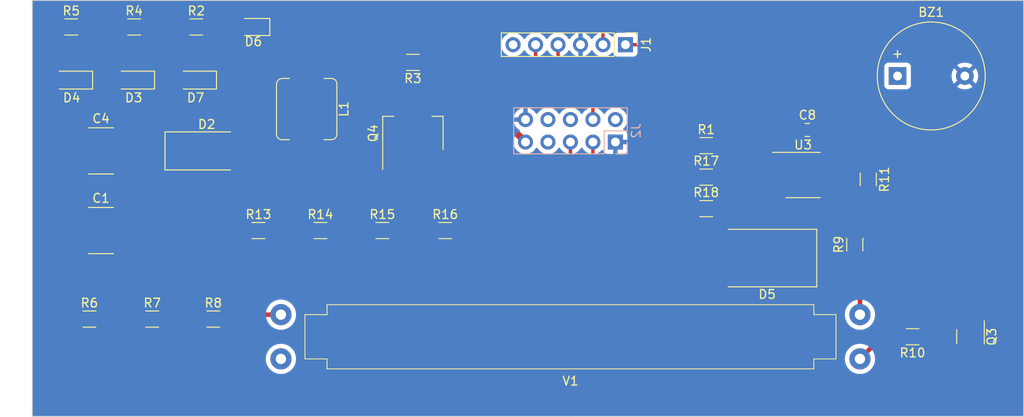
<source format=kicad_pcb>
(kicad_pcb (version 20221018) (generator pcbnew)
  (layers (0 "F.Cu" signal) (31 "B.Cu" signal) (34 "B.Paste" user) (35 "F.Paste" user) (36 "B.SilkS" user "B.Silkscreen") (37 "F.SilkS" user "F.Silkscreen") (38 "B.Mask" user) (39 "F.Mask" user) (44 "Edge.Cuts" user))
  (net 0 "")
  (net 1 "Pulse B")
  (net 2 "Net-(D3-K)")
  (net 3 "+3.3VA")
  (net 4 "Pulse A")
  (net 5 "Net-(Q3-B)")
  (net 6 "GND")
  (net 7 "Net-(D6-A)")
  (net 8 "Net-(D2-A)")
  (net 9 "Net-(J1-Pin_4)")
  (net 10 "Net-(J1-Pin_5)")
  (net 12 "USART_TX")
  (net 13 "Net-(R8-Pad2)")
  (net 14 "Net-(D5-K)")
  (net 15 "400V")
  (net 16 "Net-(D3-A)")
  (net 17 "USART_RX")
  (net 18 "Net-(L1-Pad1)")
  (net 19 "PWM")
  (net 20 "Net-(R6-Pad2)")
  (net 21 "Net-(R7-Pad2)")
  (net 22 "Net-(R2-Pad1)")
  (net 23 "Net-(R4-Pad1)")
  (net 24 "Net-(R13-Pad2)")
  (net 25 "Net-(R14-Pad2)")
  (net 26 "Net-(U3-RA4)")
  (net 27 "Net-(J1-Pin_1)")
  (footprint "Diode_SMD:D_SMF" (layer "F.Cu") (at 97.45 82 180)
    (fp_text reference "D4" (at 0 -2) (layer "F.SilkS"))
    (fp_text value "BZD27C150P-E3-08")
    (fp_line (start -2.36 -1.01) (end -2.36 1.01) (stroke (width 0.12)) (layer "F.SilkS"))
    (fp_line (start -2.36 -1.01) (end 1.4 -1.01) (stroke (width 0.12)) (layer "F.SilkS"))
    (fp_line (start -2.36 1.01) (end 1.4 1.01) (stroke (width 0.12)) (layer "F.SilkS"))
    (pad "1" smd roundrect (at -1.45 0 180) (size 1.3 1.4) (layers "F.Cu" "F.Paste" "F.Mask") (roundrect_rratio 0.1923076923) (net 16 "Net-(D3-A)"))
    (pad "2" smd roundrect (at 1.45 0 180) (size 1.3 1.4) (layers "F.Cu" "F.Paste" "F.Mask") (roundrect_rratio 0.1923076923) (net 6 "GND"))
  )
  (footprint "Resistor_SMD:R_1206_3216Metric_Pad1.30x1.75mm_HandSolder" (layer "F.Cu") (at 139.65 99)
    (fp_text reference "R16" (at 0 -1.82) (layer "F.SilkS"))
    (fp_text value "3k9")
    (fp_line (start -0.727064 -0.91) (end 0.727064 -0.91) (stroke (width 0.12)) (layer "F.SilkS"))
    (fp_line (start -0.727064 0.91) (end 0.727064 0.91) (stroke (width 0.12)) (layer "F.SilkS"))
    (pad "1" smd roundrect (at -1.55 0) (size 1.3 1.75) (layers "F.Cu" "F.Paste" "F.Mask") (roundrect_rratio 0.192308) (net 26 "Net-(U3-RA4)"))
    (pad "2" smd roundrect (at 1.55 0) (size 1.3 1.75) (layers "F.Cu" "F.Paste" "F.Mask") (roundrect_rratio 0.192308) (net 6 "GND"))
  )
  (footprint "Capacitor_SMD:C_2220_5650Metric_Pad1.97x5.40mm_HandSolder" (layer "F.Cu") (at 100.7625 99)
    (fp_text reference "C1" (at 0 -3.65) (layer "F.SilkS"))
    (fp_text value "LDEPD2100KA5N00")
    (fp_line (start -1.415748 -2.61) (end 1.415748 -2.61) (stroke (width 0.12)) (layer "F.SilkS"))
    (fp_line (start -1.415748 2.61) (end 1.415748 2.61) (stroke (width 0.12)) (layer "F.SilkS"))
    (pad "1" smd roundrect (at -2.6375 0) (size 1.975 5.4) (layers "F.Cu" "F.Paste" "F.Mask") (roundrect_rratio 0.126582) (net 6 "GND"))
    (pad "2" smd roundrect (at 2.6375 0) (size 1.975 5.4) (layers "F.Cu" "F.Paste" "F.Mask") (roundrect_rratio 0.126582) (net 15 "400V"))
  )
  (footprint "Inductor_SMD:L_Bourns_SRP7028A_7.3x6.6mm" (layer "F.Cu") (at 124 85.275 -90)
    (fp_text reference "L1" (at 0 -4.2 90) (layer "F.SilkS"))
    (fp_text value "SRR6603-103ML")
    (fp_line (start -3.46 -1.95) (end -3.46 -2.8) (stroke (width 0.12)) (layer "F.SilkS"))
    (fp_line (start -3.46 2.75) (end -3.46 1.95) (stroke (width 0.12)) (layer "F.SilkS"))
    (fp_line (start -2.85 -3.41) (end 2.85 -3.41) (stroke (width 0.12)) (layer "F.SilkS"))
    (fp_line (start 2.85 3.41) (end -2.8 3.41) (stroke (width 0.12)) (layer "F.SilkS"))
    (fp_line (start 3.46 -2.8) (end 3.46 -1.95) (stroke (width 0.12)) (layer "F.SilkS"))
    (fp_line (start 3.46 1.95) (end 3.46 2.8) (stroke (width 0.12)) (layer "F.SilkS"))
    (fp_arc (start -3.46 -2.8) (mid -3.281335 -3.231335) (end -2.85 -3.41) (stroke (width 0.12)) (layer "F.SilkS"))
    (fp_arc (start -2.8 3.41) (mid -3.26669 3.21669) (end -3.46 2.75) (stroke (width 0.12)) (layer "F.SilkS"))
    (fp_arc (start 2.85 -3.41) (mid 3.281335 -3.231335) (end 3.46 -2.8) (stroke (width 0.12)) (layer "F.SilkS"))
    (fp_arc (start 3.46 2.8) (mid 3.281335 3.231335) (end 2.85 3.41) (stroke (width 0.12)) (layer "F.SilkS"))
    (pad "1" smd rect (at -2.725 0 270) (size 2.95 3.5) (layers "F.Cu" "F.Paste" "F.Mask") (net 18 "Net-(L1-Pad1)"))
    (pad "2" smd rect (at 2.725 0 270) (size 2.95 3.5) (layers "F.Cu" "F.Paste" "F.Mask") (net 8 "Net-(D2-A)"))
  )
  (footprint "Resistor_SMD:R_1206_3216Metric_Pad1.30x1.75mm_HandSolder" (layer "F.Cu") (at 185.928 100.584 90)
    (fp_text reference "R9" (at 0 -1.82 90) (layer "F.SilkS"))
    (fp_text value "220k")
    (fp_line (start -0.727064 -0.91) (end 0.727064 -0.91) (stroke (width 0.12)) (layer "F.SilkS"))
    (fp_line (start -0.727064 0.91) (end 0.727064 0.91) (stroke (width 0.12)) (layer "F.SilkS"))
    (pad "1" smd roundrect (at -1.55 0 90) (size 1.3 1.75) (layers "F.Cu" "F.Paste" "F.Mask") (roundrect_rratio 0.192308) (net 14 "Net-(D5-K)"))
    (pad "2" smd roundrect (at 1.55 0 90) (size 1.3 1.75) (layers "F.Cu" "F.Paste" "F.Mask") (roundrect_rratio 0.192308) (net 6 "GND"))
  )
  (footprint "Geiger:Geiger_Clips" (layer "F.Cu") (at 153.8 111)
    (fp_text reference "V1" (at 0 5 unlocked) (layer "F.SilkS"))
    (fp_text value "J302")
    (fp_line (start -30 -2.5) (end -30 2.5) (stroke (width 0.1)) (layer "F.SilkS"))
    (fp_line (start -30 -2.5) (end -27.5 -2.5) (stroke (width 0.1)) (layer "F.SilkS"))
    (fp_line (start -30 2.5) (end -27.5 2.5) (stroke (width 0.1)) (layer "F.SilkS"))
    (fp_line (start -27.5 -2.5) (end -27.5 -3.625) (stroke (width 0.1)) (layer "F.SilkS"))
    (fp_line (start -27.5 2.5) (end -27.5 3.625) (stroke (width 0.1)) (layer "F.SilkS"))
    (fp_line (start 27.5 -3.625) (end -27.5 -3.625) (stroke (width 0.1)) (layer "F.SilkS"))
    (fp_line (start 27.5 -2.5) (end 27.5 -3.625) (stroke (width 0.1)) (layer "F.SilkS"))
    (fp_line (start 27.5 2.5) (end 27.5 3.625) (stroke (width 0.1)) (layer "F.SilkS"))
    (fp_line (start 27.5 3.625) (end -27.5 3.625) (stroke (width 0.1)) (layer "F.SilkS"))
    (fp_line (start 30 -2.5) (end 27.5 -2.5) (stroke (width 0.1)) (layer "F.SilkS"))
    (fp_line (start 30 -2.5) (end 30 2.5) (stroke (width 0.1)) (layer "F.SilkS"))
    (fp_line (start 30 2.5) (end 27.5 2.5) (stroke (width 0.1)) (layer "F.SilkS"))
    (pad "1" thru_hole circle (at -32.71 -2.5) (size 2.4 2.4) (drill 1.17) (layers "*.Cu" "*.Mask") (net 13 "Net-(R8-Pad2)"))
    (pad "1" thru_hole circle (at -32.71 2.5) (size 2.4 2.4) (drill 1.17) (layers "*.Cu" "*.Mask") (net 13 "Net-(R8-Pad2)"))
    (pad "2" thru_hole circle (at 32.71 -2.5) (size 2.4 2.4) (drill 1.17) (layers "*.Cu" "*.Mask") (net 14 "Net-(D5-K)"))
    (pad "2" thru_hole circle (at 32.71 2.5) (size 2.4 2.4) (drill 1.17) (layers "*.Cu" "*.Mask") (net 14 "Net-(D5-K)"))
  )
  (footprint "Resistor_SMD:R_1206_3216Metric_Pad1.30x1.75mm_HandSolder" (layer "F.Cu") (at 169.138 96.52)
    (fp_text reference "R18" (at 0 -1.82) (layer "F.SilkS"))
    (fp_text value "10k")
    (fp_line (start -0.727064 -0.91) (end 0.727064 -0.91) (stroke (width 0.12)) (layer "F.SilkS"))
    (fp_line (start -0.727064 0.91) (end 0.727064 0.91) (stroke (width 0.12)) (layer "F.SilkS"))
    (pad "1" smd roundrect (at -1.55 0) (size 1.3 1.75) (layers "F.Cu" "F.Paste" "F.Mask") (roundrect_rratio 0.192308) (net 17 "USART_RX"))
    (pad "2" smd roundrect (at 1.55 0) (size 1.3 1.75) (layers "F.Cu" "F.Paste" "F.Mask") (roundrect_rratio 0.192308) (net 10 "Net-(J1-Pin_5)"))
  )
  (footprint "Diode_SMD:D_SMB_Handsoldering" (layer "F.Cu") (at 112.7 90)
    (fp_text reference "D2" (at 0 -3) (layer "F.SilkS"))
    (fp_text value "MURS160-13-F")
    (fp_line (start -4.71 -2.15) (end -4.71 2.15) (stroke (width 0.12)) (layer "F.SilkS"))
    (fp_line (start -4.71 -2.15) (end 2.7 -2.15) (stroke (width 0.12)) (layer "F.SilkS"))
    (fp_line (start -4.71 2.15) (end 2.7 2.15) (stroke (width 0.12)) (layer "F.SilkS"))
    (pad "1" smd roundrect (at -2.7 0) (size 3.5 2.3) (layers "F.Cu" "F.Paste" "F.Mask") (roundrect_rratio 0.1086956522) (net 15 "400V"))
    (pad "2" smd roundrect (at 2.7 0) (size 3.5 2.3) (layers "F.Cu" "F.Paste" "F.Mask") (roundrect_rratio 0.1086956522) (net 8 "Net-(D2-A)"))
  )
  (footprint "Connector_PinHeader_2.54mm:PinHeader_1x06_P2.54mm_Vertical" (layer "F.Cu") (at 160.02 78 -90)
    (fp_text reference "J1" (at 0 -2.33 90) (layer "F.SilkS"))
    (fp_text value "Conn_01x06")
    (fp_line (start -1.33 -1.33) (end 0 -1.33) (stroke (width 0.12)) (layer "F.SilkS"))
    (fp_line (start -1.33 0) (end -1.33 -1.33) (stroke (width 0.12)) (layer "F.SilkS"))
    (fp_line (start -1.33 1.27) (end -1.33 14.03) (stroke (width 0.12)) (layer "F.SilkS"))
    (fp_line (start -1.33 1.27) (end 1.33 1.27) (stroke (width 0.12)) (layer "F.SilkS"))
    (fp_line (start -1.33 14.03) (end 1.33 14.03) (stroke (width 0.12)) (layer "F.SilkS"))
    (fp_line (start 1.33 1.27) (end 1.33 14.03) (stroke (width 0.12)) (layer "F.SilkS"))
    (pad "1" thru_hole rect (at 0 0 270) (size 1.7 1.7) (drill 1) (layers "*.Cu" "*.Mask") (net 27 "Net-(J1-Pin_1)"))
    (pad "2" thru_hole oval (at 0 2.54 270) (size 1.7 1.7) (drill 1) (layers "*.Cu" "*.Mask") (net 3 "+3.3VA"))
    (pad "3" thru_hole oval (at 0 5.08 270) (size 1.7 1.7) (drill 1) (layers "*.Cu" "*.Mask") (net 6 "GND"))
    (pad "4" thru_hole oval (at 0 7.62 270) (size 1.7 1.7) (drill 1) (layers "*.Cu" "*.Mask") (net 9 "Net-(J1-Pin_4)"))
    (pad "5" thru_hole oval (at 0 10.16 270) (size 1.7 1.7) (drill 1) (layers "*.Cu" "*.Mask") (net 10 "Net-(J1-Pin_5)"))
    (pad "6" thru_hole oval (at 0 12.7 270) (size 1.7 1.7) (drill 1) (layers "*.Cu" "*.Mask"))
  )
  (footprint "Capacitor_SMD:C_0805_2012Metric_Pad1.18x1.45mm_HandSolder" (layer "F.Cu") (at 180.5725 87.63)
    (fp_text reference "C8" (at 0 -1.68) (layer "F.SilkS"))
    (fp_text value ".1u")
    (fp_line (start -0.261252 -0.735) (end 0.261252 -0.735) (stroke (width 0.12)) (layer "F.SilkS"))
    (fp_line (start -0.261252 0.735) (end 0.261252 0.735) (stroke (width 0.12)) (layer "F.SilkS"))
    (pad "1" smd roundrect (at -1.0375 0) (size 1.175 1.45) (layers "F.Cu" "F.Paste" "F.Mask") (roundrect_rratio 0.212766) (net 3 "+3.3VA"))
    (pad "2" smd roundrect (at 1.0375 0) (size 1.175 1.45) (layers "F.Cu" "F.Paste" "F.Mask") (roundrect_rratio 0.212766) (net 6 "GND"))
  )
  (footprint "Resistor_SMD:R_1206_3216Metric_Pad1.30x1.75mm_HandSolder" (layer "F.Cu") (at 125.55 99)
    (fp_text reference "R14" (at 0 -1.82) (layer "F.SilkS"))
    (fp_text value "330k")
    (fp_line (start -0.727064 -0.91) (end 0.727064 -0.91) (stroke (width 0.12)) (layer "F.SilkS"))
    (fp_line (start -0.727064 0.91) (end 0.727064 0.91) (stroke (width 0.12)) (layer "F.SilkS"))
    (pad "1" smd roundrect (at -1.55 0) (size 1.3 1.75) (layers "F.Cu" "F.Paste" "F.Mask") (roundrect_rratio 0.192308) (net 24 "Net-(R13-Pad2)"))
    (pad "2" smd roundrect (at 1.55 0) (size 1.3 1.75) (layers "F.Cu" "F.Paste" "F.Mask") (roundrect_rratio 0.192308) (net 25 "Net-(R14-Pad2)"))
  )
  (footprint "Resistor_SMD:R_1206_3216Metric_Pad1.30x1.75mm_HandSolder" (layer "F.Cu") (at 187.452 93.218 -90)
    (fp_text reference "R11" (at 0 -1.82 90) (layer "F.SilkS"))
    (fp_text value "10k")
    (fp_line (start -0.727064 -0.91) (end 0.727064 -0.91) (stroke (width 0.12)) (layer "F.SilkS"))
    (fp_line (start -0.727064 0.91) (end 0.727064 0.91) (stroke (width 0.12)) (layer "F.SilkS"))
    (pad "1" smd roundrect (at -1.55 0 270) (size 1.3 1.75) (layers "F.Cu" "F.Paste" "F.Mask") (roundrect_rratio 0.192308) (net 3 "+3.3VA"))
    (pad "2" smd roundrect (at 1.55 0 270) (size 1.3 1.75) (layers "F.Cu" "F.Paste" "F.Mask") (roundrect_rratio 0.192308) (net 4 "Pulse A"))
  )
  (footprint "Diode_SMD:D_SMF" (layer "F.Cu") (at 104.45 82 180)
    (fp_text reference "D3" (at 0 -2) (layer "F.SilkS"))
    (fp_text value "BZD27C150P-E3-08")
    (fp_line (start -2.36 -1.01) (end -2.36 1.01) (stroke (width 0.12)) (layer "F.SilkS"))
    (fp_line (start -2.36 -1.01) (end 1.4 -1.01) (stroke (width 0.12)) (layer "F.SilkS"))
    (fp_line (start -2.36 1.01) (end 1.4 1.01) (stroke (width 0.12)) (layer "F.SilkS"))
    (pad "1" smd roundrect (at -1.45 0 180) (size 1.3 1.4) (layers "F.Cu" "F.Paste" "F.Mask") (roundrect_rratio 0.1923076923) (net 2 "Net-(D3-K)"))
    (pad "2" smd roundrect (at 1.45 0 180) (size 1.3 1.4) (layers "F.Cu" "F.Paste" "F.Mask") (roundrect_rratio 0.1923076923) (net 16 "Net-(D3-A)"))
  )
  (footprint "Resistor_SMD:R_1206_3216Metric_Pad1.30x1.75mm_HandSolder" (layer "F.Cu") (at 169.138 89.408)
    (fp_text reference "R1" (at 0 -1.82) (layer "F.SilkS"))
    (fp_text value "10k")
    (fp_line (start -0.727064 -0.91) (end 0.727064 -0.91) (stroke (width 0.12)) (layer "F.SilkS"))
    (fp_line (start -0.727064 0.91) (end 0.727064 0.91) (stroke (width 0.12)) (layer "F.SilkS"))
    (pad "1" smd roundrect (at -1.55 0) (size 1.3 1.75) (layers "F.Cu" "F.Paste" "F.Mask") (roundrect_rratio 0.192308) (net 1 "Pulse B"))
    (pad "2" smd roundrect (at 1.55 0) (size 1.3 1.75) (layers "F.Cu" "F.Paste" "F.Mask") (roundrect_rratio 0.192308) (net 27 "Net-(J1-Pin_1)"))
  )
  (footprint "Package_TO_SOT_SMD:SOT-223" (layer "F.Cu") (at 136 88 90)
    (fp_text reference "Q4" (at 0 -4.5 90) (layer "F.SilkS"))
    (fp_text value "BSP135H6327XTSA1")
    (fp_line (start -4.1 -3.41) (end 1.91 -3.41) (stroke (width 0.12)) (layer "F.SilkS"))
    (fp_line (start -1.85 3.41) (end 1.91 3.41) (stroke (width 0.12)) (layer "F.SilkS"))
    (fp_line (start 1.91 -3.41) (end 1.91 -2.15) (stroke (width 0.12)) (layer "F.SilkS"))
    (fp_line (start 1.91 3.41) (end 1.91 2.15) (stroke (width 0.12)) (layer "F.SilkS"))
    (pad "1" smd rect (at -3.15 -2.3 90) (size 2 1.5) (layers "F.Cu" "F.Paste" "F.Mask") (net 8 "Net-(D2-A)"))
    (pad "2" smd rect (at -3.15 0 90) (size 2 1.5) (layers "F.Cu" "F.Paste" "F.Mask") (net 19 "PWM"))
    (pad "3" smd rect (at -3.15 2.3 90) (size 2 1.5) (layers "F.Cu" "F.Paste" "F.Mask") (net 6 "GND"))
    (pad "4" smd rect (at 3.15 0 90) (size 2 3.8) (layers "F.Cu" "F.Paste" "F.Mask"))
  )
  (footprint "Capacitor_SMD:C_2220_5650Metric_Pad1.97x5.40mm_HandSolder" (layer "F.Cu") (at 100.7625 90)
    (fp_text reference "C4" (at 0 -3.65) (layer "F.SilkS"))
    (fp_text value "LDEPD2100KA5N00")
    (fp_line (start -1.415748 -2.61) (end 1.415748 -2.61) (stroke (width 0.12)) (layer "F.SilkS"))
    (fp_line (start -1.415748 2.61) (end 1.415748 2.61) (stroke (width 0.12)) (layer "F.SilkS"))
    (pad "1" smd roundrect (at -2.6375 0) (size 1.975 5.4) (layers "F.Cu" "F.Paste" "F.Mask") (roundrect_rratio 0.126582) (net 6 "GND"))
    (pad "2" smd roundrect (at 2.6375 0) (size 1.975 5.4) (layers "F.Cu" "F.Paste" "F.Mask") (roundrect_rratio 0.126582) (net 15 "400V"))
  )
  (footprint "Diode_SMD:D_SMB-SMC_Universal_Handsoldering" (layer "F.Cu") (at 176.022 102.108 180)
    (fp_text reference "D5" (at 0 -4.1 180) (layer "F.SilkS"))
    (fp_text value "1N4148")
    (fp_line (start -5.61 -3.25) (end 4.4 -3.25) (stroke (width 0.12)) (layer "F.SilkS"))
    (fp_line (start -5.61 3.25) (end -5.61 -3.25) (stroke (width 0.12)) (layer "F.SilkS"))
    (fp_line (start -5.61 3.25) (end 4.4 3.25) (stroke (width 0.12)) (layer "F.SilkS"))
    (pad "1" smd trapezoid (at -3.2 0 180) (size 4.3 2.6) (rect_delta 1 0) (layers "F.Cu" "F.Paste" "F.Mask") (net 14 "Net-(D5-K)"))
    (pad "2" smd trapezoid (at 3.2 0) (size 4.3 2.6) (rect_delta 1 0) (layers "F.Cu" "F.Paste" "F.Mask") (net 6 "GND"))
  )
  (footprint "Diode_SMD:D_SMF" (layer "F.Cu") (at 111.45 82 180)
    (fp_text reference "D7" (at 0 -2) (layer "F.SilkS"))
    (fp_text value "BZD27C150P-E3-08")
    (fp_line (start -2.36 -1.01) (end -2.36 1.01) (stroke (width 0.12)) (layer "F.SilkS"))
    (fp_line (start -2.36 -1.01) (end 1.4 -1.01) (stroke (width 0.12)) (layer "F.SilkS"))
    (fp_line (start -2.36 1.01) (end 1.4 1.01) (stroke (width 0.12)) (layer "F.SilkS"))
    (pad "1" smd roundrect (at -1.45 0 180) (size 1.3 1.4) (layers "F.Cu" "F.Paste" "F.Mask") (roundrect_rratio 0.1923076923) (net 15 "400V"))
    (pad "2" smd roundrect (at 1.45 0 180) (size 1.3 1.4) (layers "F.Cu" "F.Paste" "F.Mask") (roundrect_rratio 0.1923076923) (net 2 "Net-(D3-K)"))
  )
  (footprint "Resistor_SMD:R_1206_3216Metric_Pad1.30x1.75mm_HandSolder" (layer "F.Cu") (at 118.55 99)
    (fp_text reference "R13" (at 0 -1.82) (layer "F.SilkS"))
    (fp_text value "330k")
    (fp_line (start -0.727064 -0.91) (end 0.727064 -0.91) (stroke (width 0.12)) (layer "F.SilkS"))
    (fp_line (start -0.727064 0.91) (end 0.727064 0.91) (stroke (width 0.12)) (layer "F.SilkS"))
    (pad "1" smd roundrect (at -1.55 0) (size 1.3 1.75) (layers "F.Cu" "F.Paste" "F.Mask") (roundrect_rratio 0.192308) (net 15 "400V"))
    (pad "2" smd roundrect (at 1.55 0) (size 1.3 1.75) (layers "F.Cu" "F.Paste" "F.Mask") (roundrect_rratio 0.192308) (net 24 "Net-(R13-Pad2)"))
  )
  (footprint "Buzzer_Beeper:Buzzer_12x9.5RM7.6" (layer "F.Cu") (at 190.764 81.534)
    (fp_text reference "BZ1" (at 3.8 -7.2) (layer "F.SilkS"))
    (fp_text value "Buzzer")
    (fp_text user "+" (at -0.01 -2.54) (layer "F.SilkS"))
    (fp_circle (center 3.8 0) (end 9.9 0) (stroke (width 0.12)) (fill none) (layer "F.SilkS"))
    (pad "1" thru_hole rect (at 0 0) (size 2 2) (drill 1) (layers "*.Cu" "*.Mask") (net 1 "Pulse B"))
    (pad "2" thru_hole circle (at 7.6 0) (size 2 2) (drill 1) (layers "*.Cu" "*.Mask") (net 6 "GND"))
  )
  (footprint "Resistor_SMD:R_1206_3216Metric_Pad1.30x1.75mm_HandSolder" (layer "F.Cu") (at 111.532 76)
    (fp_text reference "R2" (at 0 -1.82) (layer "F.SilkS"))
    (fp_text value "1M8")
    (fp_line (start -0.727064 -0.91) (end 0.727064 -0.91) (stroke (width 0.12)) (layer "F.SilkS"))
    (fp_line (start -0.727064 0.91) (end 0.727064 0.91) (stroke (width 0.12)) (layer "F.SilkS"))
    (pad "1" smd roundrect (at -1.55 0) (size 1.3 1.75) (layers "F.Cu" "F.Paste" "F.Mask") (roundrect_rratio 0.192308) (net 22 "Net-(R2-Pad1)"))
    (pad "2" smd roundrect (at 1.55 0) (size 1.3 1.75) (layers "F.Cu" "F.Paste" "F.Mask") (roundrect_rratio 0.192308) (net 7 "Net-(D6-A)"))
  )
  (footprint "Resistor_SMD:R_1206_3216Metric_Pad1.30x1.75mm_HandSolder" (layer "F.Cu") (at 97.4 76)
    (fp_text reference "R5" (at 0 -1.82) (layer "F.SilkS"))
    (fp_text value "1M8")
    (fp_line (start -0.727064 -0.91) (end 0.727064 -0.91) (stroke (width 0.12)) (layer "F.SilkS"))
    (fp_line (start -0.727064 0.91) (end 0.727064 0.91) (stroke (width 0.12)) (layer "F.SilkS"))
    (pad "1" smd roundrect (at -1.55 0) (size 1.3 1.75) (layers "F.Cu" "F.Paste" "F.Mask") (roundrect_rratio 0.192308) (net 15 "400V"))
    (pad "2" smd roundrect (at 1.55 0) (size 1.3 1.75) (layers "F.Cu" "F.Paste" "F.Mask") (roundrect_rratio 0.192308) (net 23 "Net-(R4-Pad1)"))
  )
  (footprint "Resistor_SMD:R_1206_3216Metric_Pad1.30x1.75mm_HandSolder" (layer "F.Cu") (at 113.45 109)
    (fp_text reference "R8" (at 0 -1.82) (layer "F.SilkS"))
    (fp_text value "1M8")
    (fp_line (start -0.727064 -0.91) (end 0.727064 -0.91) (stroke (width 0.12)) (layer "F.SilkS"))
    (fp_line (start -0.727064 0.91) (end 0.727064 0.91) (stroke (width 0.12)) (layer "F.SilkS"))
    (pad "1" smd roundrect (at -1.55 0) (size 1.3 1.75) (layers "F.Cu" "F.Paste" "F.Mask") (roundrect_rratio 0.192308) (net 21 "Net-(R7-Pad2)"))
    (pad "2" smd roundrect (at 1.55 0) (size 1.3 1.75) (layers "F.Cu" "F.Paste" "F.Mask") (roundrect_rratio 0.192308) (net 13 "Net-(R8-Pad2)"))
  )
  (footprint "Resistor_SMD:R_1206_3216Metric_Pad1.30x1.75mm_HandSolder" (layer "F.Cu") (at 106.55 109)
    (fp_text reference "R7" (at 0 -1.82) (layer "F.SilkS"))
    (fp_text value "1M8")
    (fp_line (start -0.727064 -0.91) (end 0.727064 -0.91) (stroke (width 0.12)) (layer "F.SilkS"))
    (fp_line (start -0.727064 0.91) (end 0.727064 0.91) (stroke (width 0.12)) (layer "F.SilkS"))
    (pad "1" smd roundrect (at -1.55 0) (size 1.3 1.75) (layers "F.Cu" "F.Paste" "F.Mask") (roundrect_rratio 0.192308) (net 20 "Net-(R6-Pad2)"))
    (pad "2" smd roundrect (at 1.55 0) (size 1.3 1.75) (layers "F.Cu" "F.Paste" "F.Mask") (roundrect_rratio 0.192308) (net 21 "Net-(R7-Pad2)"))
  )
  (footprint "Resistor_SMD:R_1206_3216Metric_Pad1.30x1.75mm_HandSolder" (layer "F.Cu") (at 169.138 92.964)
    (fp_text reference "R17" (at 0 -1.82) (layer "F.SilkS"))
    (fp_text value "10k")
    (fp_line (start -0.727064 -0.91) (end 0.727064 -0.91) (stroke (width 0.12)) (layer "F.SilkS"))
    (fp_line (start -0.727064 0.91) (end 0.727064 0.91) (stroke (width 0.12)) (layer "F.SilkS"))
    (pad "1" smd roundrect (at -1.55 0) (size 1.3 1.75) (layers "F.Cu" "F.Paste" "F.Mask") (roundrect_rratio 0.192308) (net 12 "USART_TX"))
    (pad "2" smd roundrect (at 1.55 0) (size 1.3 1.75) (layers "F.Cu" "F.Paste" "F.Mask") (roundrect_rratio 0.192308) (net 9 "Net-(J1-Pin_4)"))
  )
  (footprint "Package_TO_SOT_SMD:SOT-23-3" (layer "F.Cu") (at 199 111 -90)
    (fp_text reference "Q3" (at 0 -2.4 90) (layer "F.SilkS"))
    (fp_text value "MMBT3904-7-F")
    (fp_line (start 0 -1.56) (end -1.8 -1.56) (stroke (width 0.12)) (layer "F.SilkS"))
    (fp_line (start 0 -1.56) (end 0.8 -1.56) (stroke (width 0.12)) (layer "F.SilkS"))
    (fp_line (start 0 1.56) (end -0.8 1.56) (stroke (width 0.12)) (layer "F.SilkS"))
    (fp_line (start 0 1.56) (end 0.8 1.56) (stroke (width 0.12)) (layer "F.SilkS"))
    (pad "1" smd roundrect (at -1.1375 -0.95 270) (size 1.325 0.6) (layers "F.Cu" "F.Paste" "F.Mask") (net 4 "Pulse A"))
    (pad "2" smd roundrect (at -1.1375 0.95 270) (size 1.325 0.6) (layers "F.Cu" "F.Paste" "F.Mask") (net 5 "Net-(Q3-B)"))
    (pad "3" smd roundrect (at 1.1375 0 270) (size 1.325 0.6) (layers "F.Cu" "F.Paste" "F.Mask") (net 6 "GND"))
  )
  (footprint "LED_SMD:LED_0805_2012Metric_Pad1.15x1.40mm_HandSolder" (layer "F.Cu") (at 117.975 76 180)
    (fp_text reference "D6" (at 0 -1.65) (layer "F.SilkS"))
    (fp_text value "APTD2012LSURCK")
    (fp_line (start -1.86 -0.96) (end -1.86 0.96) (stroke (width 0.12)) (layer "F.SilkS"))
    (fp_line (start -1.86 0.96) (end 1 0.96) (stroke (width 0.12)) (layer "F.SilkS"))
    (fp_line (start 1 -0.96) (end -1.86 -0.96) (stroke (width 0.12)) (layer "F.SilkS"))
    (pad "1" smd roundrect (at -1.025 0 180) (size 1.15 1.4) (layers "F.Cu" "F.Paste" "F.Mask") (roundrect_rratio 0.217391) (net 6 "GND"))
    (pad "2" smd roundrect (at 1.025 0 180) (size 1.15 1.4) (layers "F.Cu" "F.Paste" "F.Mask") (roundrect_rratio 0.217391) (net 7 "Net-(D6-A)"))
  )
  (footprint "Resistor_SMD:R_1206_3216Metric_Pad1.30x1.75mm_HandSolder" (layer "F.Cu") (at 104.5 76)
    (fp_text reference "R4" (at 0 -1.82) (layer "F.SilkS"))
    (fp_text value "1M8")
    (fp_line (start -0.727064 -0.91) (end 0.727064 -0.91) (stroke (width 0.12)) (layer "F.SilkS"))
    (fp_line (start -0.727064 0.91) (end 0.727064 0.91) (stroke (width 0.12)) (layer "F.SilkS"))
    (pad "1" smd roundrect (at -1.55 0) (size 1.3 1.75) (layers "F.Cu" "F.Paste" "F.Mask") (roundrect_rratio 0.192308) (net 23 "Net-(R4-Pad1)"))
    (pad "2" smd roundrect (at 1.55 0) (size 1.3 1.75) (layers "F.Cu" "F.Paste" "F.Mask") (roundrect_rratio 0.192308) (net 22 "Net-(R2-Pad1)"))
  )
  (footprint "Package_SO:SOIC-8_3.9x4.9mm_P1.27mm" (layer "F.Cu") (at 180.085 92.725)
    (fp_text reference "U3" (at 0 -3.4) (layer "F.SilkS"))
    (fp_text value "PIC12F1572T-I/SN")
    (fp_line (start 0 -2.56) (end -3.45 -2.56) (stroke (width 0.12)) (layer "F.SilkS"))
    (fp_line (start 0 -2.56) (end 1.95 -2.56) (stroke (width 0.12)) (layer "F.SilkS"))
    (fp_line (start 0 2.56) (end -1.95 2.56) (stroke (width 0.12)) (layer "F.SilkS"))
    (fp_line (start 0 2.56) (end 1.95 2.56) (stroke (width 0.12)) (layer "F.SilkS"))
    (pad "1" smd roundrect (at -2.475 -1.905) (size 1.95 0.6) (layers "F.Cu" "F.Paste" "F.Mask") (net 3 "+3.3VA"))
    (pad "2" smd roundrect (at -2.475 -0.635) (size 1.95 0.6) (layers "F.Cu" "F.Paste" "F.Mask") (net 19 "PWM"))
    (pad "3" smd roundrect (at -2.475 0.635) (size 1.95 0.6) (layers "F.Cu" "F.Paste" "F.Mask") (net 26 "Net-(U3-RA4)"))
    (pad "4" smd roundrect (at -2.475 1.905) (size 1.95 0.6) (layers "F.Cu" "F.Paste" "F.Mask") (net 27 "Net-(J1-Pin_1)"))
    (pad "5" smd roundrect (at 2.475 1.905) (size 1.95 0.6) (layers "F.Cu" "F.Paste" "F.Mask") (net 4 "Pulse A"))
    (pad "6" smd roundrect (at 2.475 0.635) (size 1.95 0.6) (layers "F.Cu" "F.Paste" "F.Mask") (net 10 "Net-(J1-Pin_5)"))
    (pad "7" smd roundrect (at 2.475 -0.635) (size 1.95 0.6) (layers "F.Cu" "F.Paste" "F.Mask") (net 9 "Net-(J1-Pin_4)"))
    (pad "8" smd roundrect (at 2.475 -1.905) (size 1.95 0.6) (layers "F.Cu" "F.Paste" "F.Mask") (net 6 "GND"))
  )
  (footprint "Resistor_SMD:R_1206_3216Metric_Pad1.30x1.75mm_HandSolder" (layer "F.Cu") (at 192.45 111 180)
    (fp_text reference "R10" (at 0 -1.82) (layer "F.SilkS"))
    (fp_text value "100k")
    (fp_line (start -0.727064 -0.91) (end 0.727064 -0.91) (stroke (width 0.12)) (layer "F.SilkS"))
    (fp_line (start -0.727064 0.91) (end 0.727064 0.91) (stroke (width 0.12)) (layer "F.SilkS"))
    (pad "1" smd roundrect (at -1.55 0 180) (size 1.3 1.75) (layers "F.Cu" "F.Paste" "F.Mask") (roundrect_rratio 0.192308) (net 5 "Net-(Q3-B)"))
    (pad "2" smd roundrect (at 1.55 0 180) (size 1.3 1.75) (layers "F.Cu" "F.Paste" "F.Mask") (roundrect_rratio 0.192308) (net 14 "Net-(D5-K)"))
  )
  (footprint "Resistor_SMD:R_1206_3216Metric_Pad1.30x1.75mm_HandSolder" (layer "F.Cu") (at 132.55 99)
    (fp_text reference "R15" (at 0 -1.82) (layer "F.SilkS"))
    (fp_text value "330k")
    (fp_line (start -0.727064 -0.91) (end 0.727064 -0.91) (stroke (width 0.12)) (layer "F.SilkS"))
    (fp_line (start -0.727064 0.91) (end 0.727064 0.91) (stroke (width 0.12)) (layer "F.SilkS"))
    (pad "1" smd roundrect (at -1.55 0) (size 1.3 1.75) (layers "F.Cu" "F.Paste" "F.Mask") (roundrect_rratio 0.192308) (net 25 "Net-(R14-Pad2)"))
    (pad "2" smd roundrect (at 1.55 0) (size 1.3 1.75) (layers "F.Cu" "F.Paste" "F.Mask") (roundrect_rratio 0.192308) (net 26 "Net-(U3-RA4)"))
  )
  (footprint "Resistor_SMD:R_1206_3216Metric_Pad1.30x1.75mm_HandSolder" (layer "F.Cu") (at 99.45 109)
    (fp_text reference "R6" (at 0 -1.82) (layer "F.SilkS"))
    (fp_text value "1M8")
    (fp_line (start -0.727064 -0.91) (end 0.727064 -0.91) (stroke (width 0.12)) (layer "F.SilkS"))
    (fp_line (start -0.727064 0.91) (end 0.727064 0.91) (stroke (width 0.12)) (layer "F.SilkS"))
    (pad "1" smd roundrect (at -1.55 0) (size 1.3 1.75) (layers "F.Cu" "F.Paste" "F.Mask") (roundrect_rratio 0.192308) (net 15 "400V"))
    (pad "2" smd roundrect (at 1.55 0) (size 1.3 1.75) (layers "F.Cu" "F.Paste" "F.Mask") (roundrect_rratio 0.192308) (net 20 "Net-(R6-Pad2)"))
  )
  (footprint "Resistor_SMD:R_1206_3216Metric_Pad1.30x1.75mm_HandSolder" (layer "F.Cu") (at 136 80 180)
    (fp_text reference "R3" (at 0 -1.82) (layer "F.SilkS"))
    (fp_text value "15")
    (fp_line (start -0.727064 -0.91) (end 0.727064 -0.91) (stroke (width 0.12)) (layer "F.SilkS"))
    (fp_line (start -0.727064 0.91) (end 0.727064 0.91) (stroke (width 0.12)) (layer "F.SilkS"))
    (pad "1" smd roundrect (at -1.55 0 180) (size 1.3 1.75) (layers "F.Cu" "F.Paste" "F.Mask") (roundrect_rratio 0.192308) (net 3 "+3.3VA"))
    (pad "2" smd roundrect (at 1.55 0 180) (size 1.3 1.75) (layers "F.Cu" "F.Paste" "F.Mask") (roundrect_rratio 0.192308) (net 18 "Net-(L1-Pad1)"))
  )
  (footprint "Connector_PinHeader_2.54mm:PinHeader_2x05_P2.54mm_Vertical" (layer "B.Cu") (at 158.88 89 90)
    (fp_text reference "J2" (at 1.27 2.33 270) (layer "B.SilkS") (effects (justify mirror)))
    (fp_text value "Conn_01x10_Pin")
    (fp_line (start -1.33 -11.49) (end 3.87 -11.49) (stroke (width 0.12)) (layer "B.SilkS"))
    (fp_line (start -1.33 -1.27) (end -1.33 -11.49) (stroke (width 0.12)) (layer "B.SilkS"))
    (fp_line (start -1.33 -1.27) (end 1.27 -1.27) (stroke (width 0.12)) (layer "B.SilkS"))
    (fp_line (start -1.33 0) (end -1.33 1.33) (stroke (width 0.12)) (layer "B.SilkS"))
    (fp_line (start -1.33 1.33) (end 0 1.33) (stroke (width 0.12)) (layer "B.SilkS"))
    (fp_line (start 1.27 -1.27) (end 1.27 1.33) (stroke (width 0.12)) (layer "B.SilkS"))
    (fp_line (start 1.27 1.33) (end 3.87 1.33) (stroke (width 0.12)) (layer "B.SilkS"))
    (fp_line (start 3.87 1.33) (end 3.87 -11.49) (stroke (width 0.12)) (layer "B.SilkS"))
    (pad "1" thru_hole rect (at 0 0 90) (size 1.7 1.7) (drill 1) (layers "*.Cu" "*.Mask") (net 6 "GND"))
    (pad "2" thru_hole oval (at 2.54 0 90) (size 1.7 1.7) (drill 1) (layers "*.Cu" "*.Mask") (net 3 "+3.3VA"))
    (pad "3" thru_hole oval (at 0 -2.54 90) (size 1.7 1.7) (drill 1) (layers "*.Cu" "*.Mask") (net 12 "USART_TX"))
    (pad "4" thru_hole oval (at 2.54 -2.54 90) (size 1.7 1.7) (drill 1) (layers "*.Cu" "*.Mask") (net 1 "Pulse B"))
    (pad "5" thru_hole oval (at 0 -5.08 90) (size 1.7 1.7) (drill 1) (layers "*.Cu" "*.Mask") (net 17 "USART_RX"))
    (pad "6" thru_hole oval (at 2.54 -5.08 90) (size 1.7 1.7) (drill 1) (layers "*.Cu" "*.Mask"))
    (pad "7" thru_hole oval (at 0 -7.62 90) (size 1.7 1.7) (drill 1) (layers "*.Cu" "*.Mask"))
    (pad "8" thru_hole oval (at 2.54 -7.62 90) (size 1.7 1.7) (drill 1) (layers "*.Cu" "*.Mask"))
    (pad "9" thru_hole oval (at 0 -10.16 90) (size 1.7 1.7) (drill 1) (layers "*.Cu" "*.Mask") (net 3 "+3.3VA"))
    (pad "10" thru_hole oval (at 2.54 -10.16 90) (size 1.7 1.7) (drill 1) (layers "*.Cu" "*.Mask") (net 6 "GND"))
  )
  (gr_line (start 93 73) (end 93 120) (stroke (width 0.1)) (layer "Edge.Cuts"))
  (gr_line (start 93 120) (end 154 120) (stroke (width 0.1)) (layer "Edge.Cuts"))
  (gr_line (start 154 120) (end 205 120) (stroke (width 0.1)) (layer "Edge.Cuts"))
  (gr_line (start 205 120) (end 205 73) (stroke (width 0.1)) (layer "Edge.Cuts"))
  (gr_line (start 205 73) (end 93 73) (stroke (width 0.1)) (layer "Edge.Cuts"))
  (segment (start 156.34 84.96) (end 156.972 84.328) (width 0.381) (layer "F.Cu") (net 1))
  (segment (start 156.34 86.46) (end 156.34 84.96) (width 0.381) (layer "F.Cu") (net 1))
  (segment (start 161.29 84.328) (end 166.37 89.408) (width 0.381) (layer "F.Cu") (net 1))
  (segment (start 166.37 89.408) (end 167.588 89.408) (width 0.381) (layer "F.Cu") (net 1))
  (segment (start 156.972 84.328) (end 161.29 84.328) (width 0.381) (layer "F.Cu") (net 1))
  (segment (start 105.9 82) (end 110 82) (width 0.508) (layer "F.Cu") (net 2))
  (segment (start 178.816 87.63) (end 179.535 87.63) (width 0.381) (layer "F.Cu") (net 3))
  (segment (start 177.61 90.82) (end 177.61 88.836) (width 0.381) (layer "F.Cu") (net 3))
  (segment (start 156.718 75.184) (end 169.164 75.184) (width 0.762) (layer "F.Cu") (net 3))
  (segment (start 145.796 75.184) (end 156.718 75.184) (width 0.762) (layer "F.Cu") (net 3))
  (segment (start 139.72 80) (end 143.906 84.186) (width 0.762) (layer "F.Cu") (net 3))
  (segment (start 144.018 76.962) (end 145.796 75.184) (width 0.762) (layer "F.Cu") (net 3))
  (segment (start 177.61 88.836) (end 178.816 87.63) (width 0.381) (layer "F.Cu") (net 3))
  (segment (start 144.018 84.074) (end 144.018 76.962) (width 0.762) (layer "F.Cu") (net 3))
  (segment (start 143.906 84.186) (end 148.72 89) (width 0.762) (layer "F.Cu") (net 3))
  (segment (start 183.345 85.555) (end 179.535 85.555) (width 0.381) (layer "F.Cu") (net 3))
  (segment (start 143.906 84.186) (end 144.018 84.074) (width 0.762) (layer "F.Cu") (net 3))
  (segment (start 157.48 78) (end 157.48 75.946) (width 0.381) (layer "F.Cu") (net 3))
  (segment (start 187.452 91.668) (end 187.452 89.662) (width 0.381) (layer "F.Cu") (net 3))
  (segment (start 157.48 75.946) (end 156.718 75.184) (width 0.381) (layer "F.Cu") (net 3))
  (segment (start 179.535 85.555) (end 179.535 87.63) (width 0.762) (layer "F.Cu") (net 3))
  (segment (start 169.164 75.184) (end 179.535 85.555) (width 0.762) (layer "F.Cu") (net 3))
  (segment (start 137.55 80) (end 139.72 80) (width 0.762) (layer "F.Cu") (net 3))
  (segment (start 187.452 89.662) (end 183.345 85.555) (width 0.381) (layer "F.Cu") (net 3))
  (segment (start 187.314 94.63) (end 187.452 94.768) (width 0.381) (layer "F.Cu") (net 4))
  (segment (start 189.51 94.768) (end 200.152 105.41) (width 0.381) (layer "F.Cu") (net 4))
  (segment (start 182.56 94.63) (end 187.314 94.63) (width 0.381) (layer "F.Cu") (net 4))
  (segment (start 187.452 94.768) (end 189.51 94.768) (width 0.381) (layer "F.Cu") (net 4))
  (segment (start 200.152 109.6605) (end 199.95 109.8625) (width 0.381) (layer "F.Cu") (net 4))
  (segment (start 200.152 105.41) (end 200.152 109.6605) (width 0.381) (layer "F.Cu") (net 4))
  (segment (start 194 111) (end 195.324 111) (width 0.508) (layer "F.Cu") (net 5))
  (segment (start 195.324 111) (end 196.342 109.982) (width 0.508) (layer "F.Cu") (net 5))
  (segment (start 196.342 109.982) (end 197.9305 109.982) (width 0.508) (layer "F.Cu") (net 5))
  (segment (start 197.9305 109.982) (end 198.05 109.8625) (width 0.508) (layer "F.Cu") (net 5))
  (segment (start 113.082 76) (end 116.95 76) (width 0.508) (layer "F.Cu") (net 7))
  (segment (start 127.37 88) (end 130.52 91.15) (width 1.016) (layer "F.Cu") (net 8))
  (segment (start 124 88) (end 121.804 88) (width 1.016) (layer "F.Cu") (net 8))
  (segment (start 119.888 89.916) (end 115.484 89.916) (width 1.016) (layer "F.Cu") (net 8))
  (segment (start 130.52 91.15) (end 133.7 91.15) (width 1.016) (layer "F.Cu") (net 8))
  (segment (start 121.804 88) (end 119.888 89.916) (width 1.016) (layer "F.Cu") (net 8))
  (segment (start 124 88) (end 127.37 88) (width 1.016) (layer "F.Cu") (net 8))
  (segment (start 115.484 89.916) (end 115.4 90) (width 1.016) (layer "F.Cu") (net 8))
  (segment (start 152.4 78) (end 152.4 79.248) (width 0.381) (layer "F.Cu") (net 9))
  (segment (start 169.926 92.964) (end 170.688 92.964) (width 0.381) (layer "F.Cu") (net 9))
  (segment (start 169.418 92.456) (end 169.926 92.964) (width 0.381) (layer "F.Cu") (net 9))
  (segment (start 179.324 95.758) (end 174.244 95.758) (width 0.381) (layer "F.Cu") (net 9))
  (segment (start 152.4 79.248) (end 153.67 80.518) (width 0.381) (layer "F.Cu") (net 9))
  (segment (start 174.244 95.758) (end 171.45 92.964) (width 0.381) (layer "F.Cu") (net 9))
  (segment (start 163.322 80.518) (end 169.418 86.614) (width 0.381) (layer "F.Cu") (net 9))
  (segment (start 181.214 92.09) (end 180.086 93.218) (width 0.381) (layer "F.Cu") (net 9))
  (segment (start 182.56 92.09) (end 181.214 92.09) (width 0.381) (layer "F.Cu") (net 9))
  (segment (start 180.086 93.218) (end 180.086 94.996) (width 0.381) (layer "F.Cu") (net 9))
  (segment (start 153.67 80.518) (end 163.322 80.518) (width 0.381) (layer "F.Cu") (net 9))
  (segment (start 180.086 94.996) (end 179.324 95.758) (width 0.381) (layer "F.Cu") (net 9))
  (segment (start 171.45 92.964) (end 170.688 92.964) (width 0.381) (layer "F.Cu") (net 9))
  (segment (start 169.418 86.614) (end 169.418 92.456) (width 0.381) (layer "F.Cu") (net 9))
  (segment (start 149.86 78) (end 149.86 79.248) (width 0.381) (layer "F.Cu") (net 10))
  (segment (start 149.86 79.248) (end 152.146 81.534) (width 0.381) (layer "F.Cu") (net 10))
  (segment (start 152.146 81.534) (end 163.068 81.534) (width 0.381) (layer "F.Cu") (net 10))
  (segment (start 169.926 96.52) (end 170.688 96.52) (width 0.381) (layer "F.Cu") (net 10))
  (segment (start 182.56 93.36) (end 181.468 93.36) (width 0.381) (layer "F.Cu") (net 10))
  (segment (start 181.102 93.726) (end 181.102 95.504) (width 0.381) (layer "F.Cu") (net 10))
  (segment (start 181.102 95.504) (end 180.086 96.52) (width 0.381) (layer "F.Cu") (net 10))
  (segment (start 168.837 95.431) (end 169.926 96.52) (width 0.381) (layer "F.Cu") (net 10))
  (segment (start 181.468 93.36) (end 181.102 93.726) (width 0.381) (layer "F.Cu") (net 10))
  (segment (start 180.086 96.52) (end 170.688 96.52) (width 0.381) (layer "F.Cu") (net 10))
  (segment (start 163.068 81.534) (end 168.837 87.303) (width 0.381) (layer "F.Cu") (net 10))
  (segment (start 168.837 87.303) (end 168.837 95.431) (width 0.381) (layer "F.Cu") (net 10))
  (segment (start 156.34 89) (end 156.34 90.808) (width 0.381) (layer "F.Cu") (net 12))
  (segment (start 156.34 90.808) (end 158.496 92.964) (width 0.381) (layer "F.Cu") (net 12))
  (segment (start 158.496 92.964) (end 167.588 92.964) (width 0.381) (layer "F.Cu") (net 12))
  (segment (start 118.584 109) (end 119.084 108.5) (width 0.508) (layer "F.Cu") (net 13))
  (segment (start 115 109) (end 118.584 109) (width 0.508) (layer "F.Cu") (net 13))
  (segment (start 119.084 108.5) (end 121.09 108.5) (width 0.508) (layer "F.Cu") (net 13))
  (segment (start 179.222 102.108) (end 185.902 102.108) (width 0.508) (layer "F.Cu") (net 14))
  (segment (start 190.898 110.998) (end 190.9 111) (width 0.508) (layer "F.Cu") (net 14))
  (segment (start 189.012 110.998) (end 190.898 110.998) (width 0.508) (layer "F.Cu") (net 14))
  (segment (start 185.928 102.134) (end 186.51 102.716) (width 0.508) (layer "F.Cu") (net 14))
  (segment (start 185.902 102.108) (end 185.928 102.134) (width 0.508) (layer "F.Cu") (net 14))
  (segment (start 186.51 113.5) (end 189.012 110.998) (width 0.508) (layer "F.Cu") (net 14))
  (segment (start 186.51 102.716) (end 186.51 108.5) (width 0.508) (layer "F.Cu") (net 14))
  (segment (start 110 90) (end 103.4 90) (width 1.016) (layer "F.Cu") (net 15))
  (segment (start 103.4 90) (end 103.4 90.446) (width 0.508) (layer "F.Cu") (net 15))
  (segment (start 111.954 99) (end 117 99) (width 0.508) (layer "F.Cu") (net 15))
  (segment (start 112.9 83.442) (end 110.744 85.598) (width 0.508) (layer "F.Cu") (net 15))
  (segment (start 95.196 76) (end 93.98 77.216) (width 0.508) (layer "F.Cu") (net 15))
  (segment (start 97.9 107.84) (end 103.4 102.34) (width 0.508) (layer "F.Cu") (net 15))
  (segment (start 112.9 82) (end 112.9 83.442) (width 0.508) (layer "F.Cu") (net 15))
  (segment (start 103.4 102.34) (end 103.4 99) (width 0.508) (layer "F.Cu") (net 15))
  (segment (start 105.156 85.598) (end 103.4 87.354) (width 0.508) (layer "F.Cu") (net 15))
  (segment (start 103.4 87.354) (end 103.4 90) (width 0.508) (layer "F.Cu") (net 15))
  (segment (start 110.744 85.598) (end 105.156 85.598) (width 0.508) (layer "F.Cu") (net 15))
  (segment (start 93.98 83.566) (end 95.25 84.836) (width 0.508) (layer "F.Cu") (net 15))
  (segment (start 93.98 77.216) (end 93.98 83.566) (width 0.508) (layer "F.Cu") (net 15))
  (segment (start 95.85 76) (end 95.196 76) (width 0.508) (layer "F.Cu") (net 15))
  (segment (start 100.882 84.836) (end 103.4 87.354) (width 0.508) (layer "F.Cu") (net 15))
  (segment (start 95.25 84.836) (end 100.882 84.836) (width 0.508) (layer "F.Cu") (net 15))
  (segment (start 103.4 90.446) (end 111.954 99) (width 0.508) (layer "F.Cu") (net 15))
  (segment (start 103.4 90) (end 103.4 99) (width 1.016) (layer "F.Cu") (net 15))
  (segment (start 97.9 109) (end 97.9 107.84) (width 0.508) (layer "F.Cu") (net 15))
  (segment (start 98.9 82) (end 103 82) (width 0.508) (layer "F.Cu") (net 16))
  (segment (start 159.004 96.52) (end 167.588 96.52) (width 0.381) (layer "F.Cu") (net 17))
  (segment (start 153.8 91.316) (end 159.004 96.52) (width 0.381) (layer "F.Cu") (net 17))
  (segment (start 153.8 89) (end 153.8 91.316) (width 0.381) (layer "F.Cu") (net 17))
  (segment (start 132 80) (end 129.286 82.55) (width 1.016) (layer "F.Cu") (net 18))
  (segment (start 134.45 80) (end 132 80) (width 1.016) (layer "F.Cu") (net 18))
  (segment (start 129.286 82.55) (end 124 82.55) (width 1.016) (layer "F.Cu") (net 18))
  (segment (start 101 109) (end 105 109) (width 0.508) (layer "F.Cu") (net 20))
  (segment (start 108.1 109) (end 111.9 109) (width 0.508) (layer "F.Cu") (net 21))
  (segment (start 106.05 76) (end 109.982 76) (width 0.508) (layer "F.Cu") (net 22))
  (segment (start 98.95 76) (end 102.95 76) (width 0.508) (layer "F.Cu") (net 23))
  (segment (start 120.1 99) (end 124 99) (width 0.508) (layer "F.Cu") (net 24))
  (segment (start 127.1 99) (end 131 99) (width 0.508) (layer "F.Cu") (net 25))
  (segment (start 134.1 99) (end 138.1 99) (width 0.508) (layer "F.Cu") (net 26))
  (segment (start 162.582 78) (end 170.688 86.106) (width 0.381) (layer "F.Cu") (net 27))
  (segment (start 176.418 94.63) (end 177.61 94.63) (width 0.381) (layer "F.Cu") (net 27))
  (segment (start 170.688 86.106) (end 170.688 89.408) (width 0.381) (layer "F.Cu") (net 27))
  (segment (start 171.196 89.408) (end 176.418 94.63) (width 0.381) (layer "F.Cu") (net 27))
  (segment (start 170.688 89.408) (end 171.196 89.408) (width 0.381) (layer "F.Cu") (net 27))
  (segment (start 160.02 78) (end 162.582 78) (width 0.381) (layer "F.Cu") (net 27))
  (zone (net 6) (net_name "GND") (layer "B.Cu") (connect_pads (clearance 0.5)) (min_thickness 0.25) (fill yes (thermal_gap 0.5) (thermal_bridge_width 0.5))
    (polygon (pts (xy 93 73) (xy 93 120) (xy 205 120) (xy 205 73)))
  )
)
</source>
